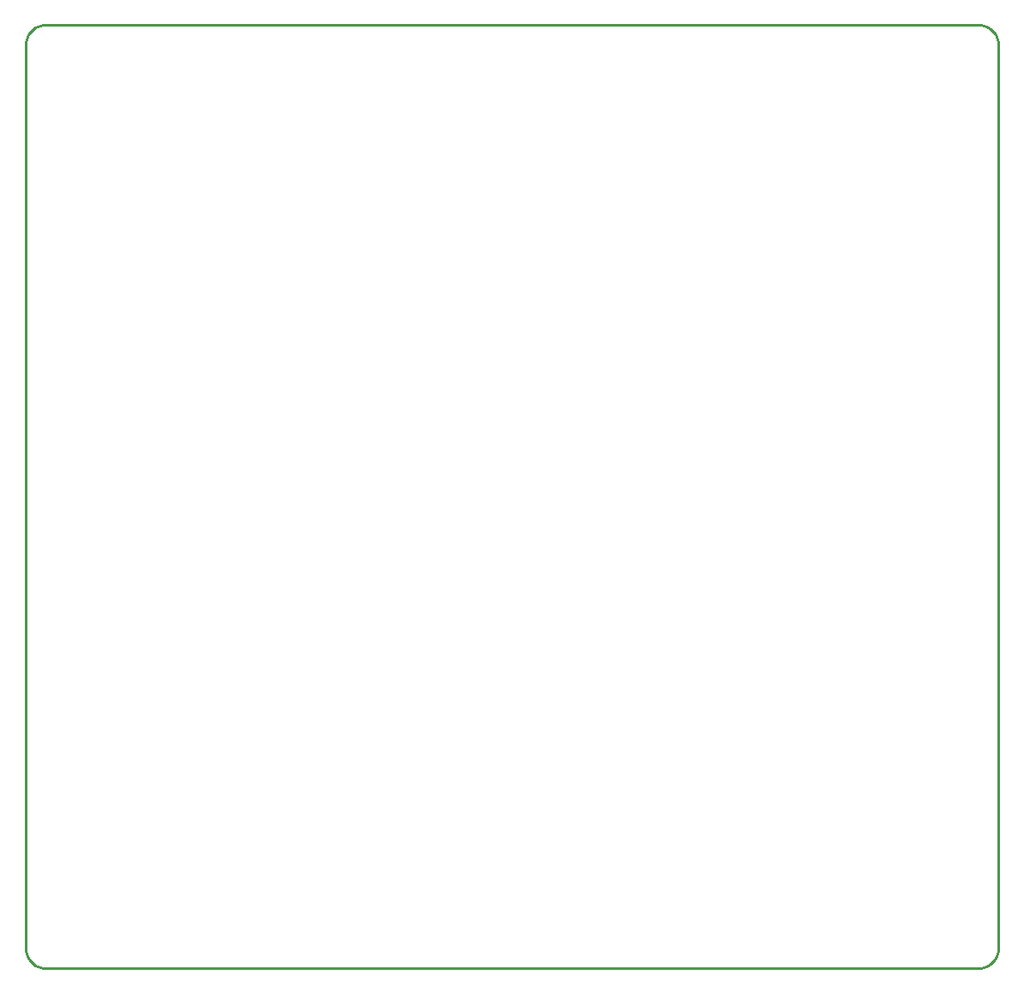
<source format=gko>
G04*
G04 #@! TF.GenerationSoftware,Altium Limited,Altium Designer,21.0.8 (223)*
G04*
G04 Layer_Color=16711935*
%FSLAX25Y25*%
%MOIN*%
G70*
G04*
G04 #@! TF.SameCoordinates,BD0D8E5F-934B-4C72-AD9E-884AB11E7CA7*
G04*
G04*
G04 #@! TF.FilePolarity,Positive*
G04*
G01*
G75*
%ADD11C,0.01000*%
D11*
X511338Y116000D02*
X512338Y116066D01*
X513321Y116261D01*
X514270Y116583D01*
X515169Y117026D01*
X516002Y117583D01*
X516756Y118244D01*
X517417Y118998D01*
X517973Y119831D01*
X518417Y120730D01*
X518739Y121679D01*
X518934Y122662D01*
X519000Y123662D01*
X148662Y483000D02*
X147662Y482934D01*
X146679Y482739D01*
X145730Y482417D01*
X144831Y481973D01*
X143998Y481416D01*
X143244Y480756D01*
X142583Y480002D01*
X142026Y479169D01*
X141583Y478270D01*
X141261Y477320D01*
X141066Y476337D01*
X141000Y475337D01*
X519000Y475338D02*
X518934Y476338D01*
X518739Y477321D01*
X518417Y478270D01*
X517973Y479169D01*
X517417Y480002D01*
X516756Y480756D01*
X516002Y481417D01*
X515169Y481974D01*
X514270Y482417D01*
X513321Y482739D01*
X512338Y482935D01*
X511338Y483000D01*
X141000Y123662D02*
X141066Y122662D01*
X141261Y121679D01*
X141583Y120730D01*
X142026Y119831D01*
X142583Y118998D01*
X143244Y118244D01*
X143998Y117583D01*
X144831Y117026D01*
X145730Y116583D01*
X146679Y116261D01*
X147662Y116066D01*
X148662Y116000D01*
X519000Y123662D02*
Y475338D01*
X148662Y116000D02*
X511338D01*
X148662Y483000D02*
X511338D01*
X141000Y123662D02*
Y475337D01*
M02*

</source>
